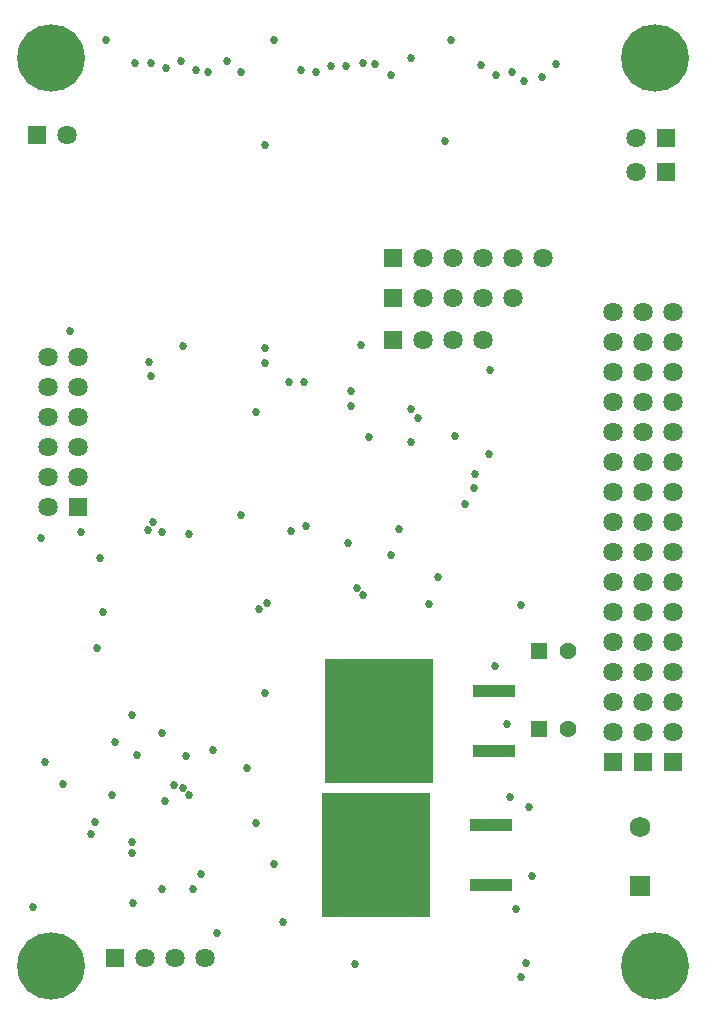
<source format=gbs>
G04*
G04 #@! TF.GenerationSoftware,Altium Limited,Altium Designer,20.1.14 (287)*
G04*
G04 Layer_Color=16711935*
%FSLAX25Y25*%
%MOIN*%
G70*
G04*
G04 #@! TF.SameCoordinates,C357774A-A1FF-41C0-A387-8AFBD113A784*
G04*
G04*
G04 #@! TF.FilePolarity,Negative*
G04*
G01*
G75*
%ADD92C,0.06406*%
%ADD93R,0.06406X0.06406*%
%ADD94R,0.06406X0.06406*%
%ADD95C,0.05618*%
%ADD96R,0.05618X0.05618*%
%ADD97C,0.06799*%
%ADD98R,0.06799X0.06799*%
%ADD99C,0.22500*%
%ADD100C,0.02700*%
%ADD117R,0.14279X0.04240*%
%ADD118R,0.35933X0.41248*%
D92*
X260500Y349000D02*
D03*
X290500D02*
D03*
X300500D02*
D03*
X280500D02*
D03*
X270500D02*
D03*
X260500Y335500D02*
D03*
X270500D02*
D03*
X280500D02*
D03*
X290500D02*
D03*
X145500Y286000D02*
D03*
X135500Y266000D02*
D03*
Y276000D02*
D03*
Y296000D02*
D03*
X145500D02*
D03*
X168000Y115500D02*
D03*
X135500Y306000D02*
D03*
X145500D02*
D03*
X178000Y115500D02*
D03*
X270500Y321500D02*
D03*
X280500D02*
D03*
X135500Y286000D02*
D03*
X331500Y377500D02*
D03*
Y389000D02*
D03*
X142000Y390000D02*
D03*
X135500Y316000D02*
D03*
X145500D02*
D03*
Y276000D02*
D03*
X260500Y321500D02*
D03*
X344079Y331035D02*
D03*
Y321035D02*
D03*
Y311035D02*
D03*
Y301035D02*
D03*
Y291035D02*
D03*
Y281035D02*
D03*
Y271035D02*
D03*
Y261035D02*
D03*
Y251035D02*
D03*
Y241035D02*
D03*
Y231035D02*
D03*
Y221035D02*
D03*
Y211035D02*
D03*
Y201035D02*
D03*
Y191035D02*
D03*
X334079Y331035D02*
D03*
Y321035D02*
D03*
Y311035D02*
D03*
Y301035D02*
D03*
Y291035D02*
D03*
Y281035D02*
D03*
Y271035D02*
D03*
Y261035D02*
D03*
Y251035D02*
D03*
Y241035D02*
D03*
Y231035D02*
D03*
Y221035D02*
D03*
Y211035D02*
D03*
Y201035D02*
D03*
Y191035D02*
D03*
X324079Y331035D02*
D03*
Y321035D02*
D03*
Y311035D02*
D03*
Y301035D02*
D03*
Y291035D02*
D03*
Y281035D02*
D03*
Y271035D02*
D03*
Y261035D02*
D03*
Y251035D02*
D03*
Y241035D02*
D03*
Y231035D02*
D03*
Y221035D02*
D03*
Y211035D02*
D03*
Y201035D02*
D03*
Y191035D02*
D03*
X188000Y115500D02*
D03*
D93*
X250500Y349000D02*
D03*
Y335500D02*
D03*
X341500Y377500D02*
D03*
Y389000D02*
D03*
X132000Y390000D02*
D03*
X250500Y321500D02*
D03*
X158000Y115500D02*
D03*
D94*
X145500Y266000D02*
D03*
X344079Y181035D02*
D03*
X334079D02*
D03*
X324079D02*
D03*
D95*
X309000Y192000D02*
D03*
Y218000D02*
D03*
D96*
X299158Y192000D02*
D03*
Y218000D02*
D03*
D97*
X333000Y159343D02*
D03*
D98*
Y139657D02*
D03*
D99*
X338000Y113000D02*
D03*
Y415500D02*
D03*
X136500D02*
D03*
Y113000D02*
D03*
D100*
X289585Y169445D02*
D03*
X293277Y233391D02*
D03*
X182664Y256836D02*
D03*
X180062Y414613D02*
D03*
X189086Y410914D02*
D03*
X200000Y411000D02*
D03*
X208000Y386500D02*
D03*
Y319000D02*
D03*
X216000Y307500D02*
D03*
X221000D02*
D03*
X180500Y319500D02*
D03*
X133215Y255540D02*
D03*
X146500Y257500D02*
D03*
X168900Y258334D02*
D03*
X170600Y261000D02*
D03*
X173500Y257500D02*
D03*
X130500Y132500D02*
D03*
X192000Y124000D02*
D03*
X238000Y113500D02*
D03*
X295000Y114000D02*
D03*
X293355Y109243D02*
D03*
X291500Y132000D02*
D03*
X152000Y219000D02*
D03*
X173500Y190500D02*
D03*
X270000Y421500D02*
D03*
X211000D02*
D03*
X155000D02*
D03*
X278000Y277000D02*
D03*
X256626Y287529D02*
D03*
X242664Y289336D02*
D03*
X249854Y249821D02*
D03*
X236500Y299500D02*
D03*
X205947Y232053D02*
D03*
X163603Y196497D02*
D03*
X258960Y295700D02*
D03*
X252500Y258500D02*
D03*
X274503Y267024D02*
D03*
X235500Y254000D02*
D03*
X208000Y204000D02*
D03*
X240500Y236500D02*
D03*
X238500Y239000D02*
D03*
X158000Y187500D02*
D03*
X205000Y297500D02*
D03*
X170000Y309500D02*
D03*
X268000Y388000D02*
D03*
X305000Y413500D02*
D03*
X300265Y409370D02*
D03*
X294436Y407888D02*
D03*
X290287Y410950D02*
D03*
X284952Y409962D02*
D03*
X279815Y413321D02*
D03*
X250000Y410000D02*
D03*
X256500Y415500D02*
D03*
X240000Y320111D02*
D03*
X244799Y413701D02*
D03*
X256500Y298500D02*
D03*
X240500Y414000D02*
D03*
X235000Y413000D02*
D03*
X230000D02*
D03*
X225000Y411000D02*
D03*
X220000Y411500D02*
D03*
X195161Y414598D02*
D03*
X184819Y411737D02*
D03*
X174873Y412252D02*
D03*
X170000Y414000D02*
D03*
X164500D02*
D03*
X143000Y324500D02*
D03*
X169392Y314202D02*
D03*
X208000Y314000D02*
D03*
X282500Y283500D02*
D03*
X200000Y263193D02*
D03*
X154000Y231000D02*
D03*
X153000Y249000D02*
D03*
X177791Y173208D02*
D03*
X236500Y304500D02*
D03*
X180735Y172265D02*
D03*
X216600Y257856D02*
D03*
X221500Y259500D02*
D03*
X208500Y234000D02*
D03*
X277655Y272395D02*
D03*
X262500Y233500D02*
D03*
X265500Y242500D02*
D03*
X271400Y289651D02*
D03*
X174500Y168000D02*
D03*
X163762Y154148D02*
D03*
X182587Y170000D02*
D03*
X163630Y150606D02*
D03*
X157000Y170000D02*
D03*
X140500Y173500D02*
D03*
X190500Y185000D02*
D03*
X181500Y183000D02*
D03*
X134500Y181000D02*
D03*
X283022Y311522D02*
D03*
X164000Y134000D02*
D03*
X284500Y213000D02*
D03*
X288500Y193500D02*
D03*
X296000Y166000D02*
D03*
X297000Y143000D02*
D03*
X202000Y179000D02*
D03*
X165405Y183240D02*
D03*
X150130Y156893D02*
D03*
X173500Y138500D02*
D03*
X211031Y146978D02*
D03*
X186541Y143710D02*
D03*
X205000Y160500D02*
D03*
X214000Y127500D02*
D03*
X184000Y138500D02*
D03*
X151296Y160875D02*
D03*
D117*
X283386Y160000D02*
D03*
Y140000D02*
D03*
X284386Y204500D02*
D03*
Y184500D02*
D03*
D118*
X245000Y150000D02*
D03*
X246000Y194500D02*
D03*
M02*

</source>
